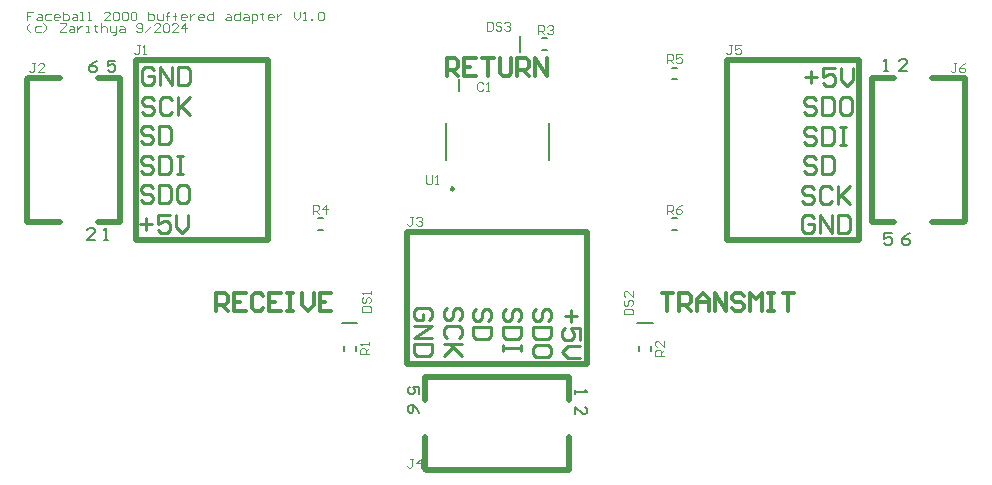
<source format=gto>
G04*
G04 #@! TF.GenerationSoftware,Altium Limited,Altium Designer,23.4.1 (23)*
G04*
G04 Layer_Color=65535*
%FSLAX44Y44*%
%MOMM*%
G71*
G04*
G04 #@! TF.SameCoordinates,803C344B-8DD6-4E4C-9FAA-A71E5F9A745E*
G04*
G04*
G04 #@! TF.FilePolarity,Positive*
G04*
G01*
G75*
%ADD10C,0.2500*%
%ADD11C,0.2000*%
%ADD12C,0.5080*%
%ADD13C,0.3000*%
%ADD14C,0.1000*%
%ADD15C,0.2540*%
%ADD16C,0.1500*%
D10*
X363150Y247250D02*
G03*
X363150Y247250I-1250J0D01*
G01*
D11*
X356250Y272000D02*
Y303000D01*
X443750Y272000D02*
Y303000D01*
X548000Y340000D02*
X552000D01*
X548000Y350000D02*
X552000D01*
X419000Y363500D02*
Y376500D01*
X438000Y365000D02*
X442000D01*
X438000Y375000D02*
X442000D01*
X548000Y222500D02*
X552000D01*
X548000Y212500D02*
X552000D01*
X248000D02*
X252000D01*
X248000Y222500D02*
X252000D01*
X367500Y330000D02*
Y340000D01*
X518500Y133500D02*
X531500D01*
X268500D02*
X281500D01*
X520000Y110500D02*
Y114500D01*
X530000Y110500D02*
Y114500D01*
X270000Y110500D02*
Y114500D01*
X280000Y110500D02*
Y114500D01*
D12*
X594300Y356300D02*
X706280D01*
X594300Y203800D02*
Y356300D01*
X706280Y203800D02*
Y356300D01*
X594300Y203800D02*
X706280D01*
X93720Y203700D02*
X205700D01*
Y356200D01*
X93720Y203700D02*
Y356200D01*
X205700D01*
X717300Y219000D02*
X736000D01*
X768000Y219090D02*
X795090D01*
X796040Y220040D01*
Y341000D01*
X768000D02*
X796040D01*
X717300Y219000D02*
Y340910D01*
X736000D01*
X61500Y341000D02*
X80200D01*
X2410Y340910D02*
X29500D01*
X1460Y339960D02*
X2410Y340910D01*
X1460Y219000D02*
Y339960D01*
Y219000D02*
X29500D01*
X80200Y219090D02*
Y341000D01*
X61500Y219090D02*
X80200D01*
X339000Y69000D02*
Y87700D01*
X339090Y9910D02*
Y37000D01*
Y9910D02*
X340040Y8960D01*
X461000D01*
Y37000D01*
X339000Y87700D02*
X460910D01*
Y69000D02*
Y87700D01*
X476300Y98720D02*
Y210700D01*
X323800D02*
X476300D01*
X323800Y98720D02*
X476300D01*
X323800D02*
Y210700D01*
D13*
X357000Y343000D02*
Y357995D01*
X364498D01*
X366997Y355496D01*
Y350498D01*
X364498Y347998D01*
X357000D01*
X361998D02*
X366997Y343000D01*
X381992Y357995D02*
X371995D01*
Y343000D01*
X381992D01*
X371995Y350498D02*
X376993D01*
X386990Y357995D02*
X396987D01*
X391989D01*
Y343000D01*
X401985Y357995D02*
Y345499D01*
X404485Y343000D01*
X409483D01*
X411982Y345499D01*
Y357995D01*
X416981Y343000D02*
Y357995D01*
X424478D01*
X426977Y355496D01*
Y350498D01*
X424478Y347998D01*
X416981D01*
X421979D02*
X426977Y343000D01*
X431976D02*
Y357995D01*
X441973Y343000D01*
Y357995D01*
X539000Y158995D02*
X548997D01*
X543998D01*
Y144000D01*
X553995D02*
Y158995D01*
X561493D01*
X563992Y156496D01*
Y151498D01*
X561493Y148998D01*
X553995D01*
X558993D02*
X563992Y144000D01*
X568990D02*
Y153997D01*
X573989Y158995D01*
X578987Y153997D01*
Y144000D01*
Y151498D01*
X568990D01*
X583985Y144000D02*
Y158995D01*
X593982Y144000D01*
Y158995D01*
X608977Y156496D02*
X606478Y158995D01*
X601480D01*
X598981Y156496D01*
Y153997D01*
X601480Y151498D01*
X606478D01*
X608977Y148998D01*
Y146499D01*
X606478Y144000D01*
X601480D01*
X598981Y146499D01*
X613976Y144000D02*
Y158995D01*
X618974Y153997D01*
X623973Y158995D01*
Y144000D01*
X628971Y158995D02*
X633969D01*
X631470D01*
Y144000D01*
X628971D01*
X633969D01*
X641467Y158995D02*
X651464D01*
X646465D01*
Y144000D01*
X162000D02*
Y158995D01*
X169498D01*
X171997Y156496D01*
Y151498D01*
X169498Y148998D01*
X162000D01*
X166998D02*
X171997Y144000D01*
X186992Y158995D02*
X176995D01*
Y144000D01*
X186992D01*
X176995Y151498D02*
X181994D01*
X201987Y156496D02*
X199488Y158995D01*
X194489D01*
X191990Y156496D01*
Y146499D01*
X194489Y144000D01*
X199488D01*
X201987Y146499D01*
X216982Y158995D02*
X206985D01*
Y144000D01*
X216982D01*
X206985Y151498D02*
X211984D01*
X221981Y158995D02*
X226979D01*
X224480D01*
Y144000D01*
X221981D01*
X226979D01*
X234477Y158995D02*
Y148998D01*
X239475Y144000D01*
X244473Y148998D01*
Y158995D01*
X259468D02*
X249472D01*
Y144000D01*
X259468D01*
X249472Y151498D02*
X254470D01*
D14*
X4499Y380000D02*
X2000Y382499D01*
Y384998D01*
X4499Y387498D01*
X13246Y384998D02*
X9498D01*
X8248Y383749D01*
Y381250D01*
X9498Y380000D01*
X13246D01*
X15746D02*
X18245Y382499D01*
Y384998D01*
X15746Y387498D01*
X29491D02*
X34490D01*
Y386248D01*
X29491Y381250D01*
Y380000D01*
X34490D01*
X38238Y384998D02*
X40738D01*
X41987Y383749D01*
Y380000D01*
X38238D01*
X36989Y381250D01*
X38238Y382499D01*
X41987D01*
X44486Y384998D02*
Y380000D01*
Y382499D01*
X45736Y383749D01*
X46986Y384998D01*
X48235D01*
X51984Y380000D02*
X54483D01*
X53234D01*
Y384998D01*
X51984D01*
X59482Y386248D02*
Y384998D01*
X58232D01*
X60731D01*
X59482D01*
Y381250D01*
X60731Y380000D01*
X64480Y387498D02*
Y380000D01*
Y383749D01*
X65730Y384998D01*
X68229D01*
X69478Y383749D01*
Y380000D01*
X71978Y384998D02*
Y381250D01*
X73227Y380000D01*
X76976D01*
Y378750D01*
X75726Y377501D01*
X74477D01*
X76976Y380000D02*
Y384998D01*
X80725D02*
X83224D01*
X84473Y383749D01*
Y380000D01*
X80725D01*
X79475Y381250D01*
X80725Y382499D01*
X84473D01*
X94470Y381250D02*
X95720Y380000D01*
X98219D01*
X99469Y381250D01*
Y386248D01*
X98219Y387498D01*
X95720D01*
X94470Y386248D01*
Y384998D01*
X95720Y383749D01*
X99469D01*
X101968Y380000D02*
X106966Y384998D01*
X114464Y380000D02*
X109466D01*
X114464Y384998D01*
Y386248D01*
X113214Y387498D01*
X110715D01*
X109466Y386248D01*
X116963D02*
X118213Y387498D01*
X120712D01*
X121961Y386248D01*
Y381250D01*
X120712Y380000D01*
X118213D01*
X116963Y381250D01*
Y386248D01*
X129459Y380000D02*
X124461D01*
X129459Y384998D01*
Y386248D01*
X128209Y387498D01*
X125710D01*
X124461Y386248D01*
X135707Y380000D02*
Y387498D01*
X131958Y383749D01*
X136957D01*
X6998Y397498D02*
X2000D01*
Y393749D01*
X4499D01*
X2000D01*
Y390000D01*
X10747Y394998D02*
X13246D01*
X14496Y393749D01*
Y390000D01*
X10747D01*
X9498Y391250D01*
X10747Y392499D01*
X14496D01*
X21994Y394998D02*
X18245D01*
X16995Y393749D01*
Y391250D01*
X18245Y390000D01*
X21994D01*
X28242D02*
X25742D01*
X24493Y391250D01*
Y393749D01*
X25742Y394998D01*
X28242D01*
X29491Y393749D01*
Y392499D01*
X24493D01*
X31990Y397498D02*
Y390000D01*
X35739D01*
X36989Y391250D01*
Y392499D01*
Y393749D01*
X35739Y394998D01*
X31990D01*
X40738D02*
X43237D01*
X44486Y393749D01*
Y390000D01*
X40738D01*
X39488Y391250D01*
X40738Y392499D01*
X44486D01*
X46986Y390000D02*
X49485D01*
X48235D01*
Y397498D01*
X46986D01*
X53234Y390000D02*
X55733D01*
X54483D01*
Y397498D01*
X53234D01*
X71978Y390000D02*
X66979D01*
X71978Y394998D01*
Y396248D01*
X70728Y397498D01*
X68229D01*
X66979Y396248D01*
X74477D02*
X75726Y397498D01*
X78225D01*
X79475Y396248D01*
Y391250D01*
X78225Y390000D01*
X75726D01*
X74477Y391250D01*
Y396248D01*
X81974D02*
X83224Y397498D01*
X85723D01*
X86973Y396248D01*
Y391250D01*
X85723Y390000D01*
X83224D01*
X81974Y391250D01*
Y396248D01*
X89472D02*
X90722Y397498D01*
X93221D01*
X94470Y396248D01*
Y391250D01*
X93221Y390000D01*
X90722D01*
X89472Y391250D01*
Y396248D01*
X104467Y397498D02*
Y390000D01*
X108216D01*
X109466Y391250D01*
Y392499D01*
Y393749D01*
X108216Y394998D01*
X104467D01*
X111965D02*
Y391250D01*
X113214Y390000D01*
X116963D01*
Y394998D01*
X120712Y390000D02*
Y396248D01*
Y393749D01*
X119462D01*
X121962D01*
X120712D01*
Y396248D01*
X121962Y397498D01*
X126960Y390000D02*
Y396248D01*
Y393749D01*
X125710D01*
X128209D01*
X126960D01*
Y396248D01*
X128209Y397498D01*
X135707Y390000D02*
X133208D01*
X131958Y391250D01*
Y393749D01*
X133208Y394998D01*
X135707D01*
X136957Y393749D01*
Y392499D01*
X131958D01*
X139456Y394998D02*
Y390000D01*
Y392499D01*
X140705Y393749D01*
X141955Y394998D01*
X143205D01*
X150702Y390000D02*
X148203D01*
X146953Y391250D01*
Y393749D01*
X148203Y394998D01*
X150702D01*
X151952Y393749D01*
Y392499D01*
X146953D01*
X159450Y397498D02*
Y390000D01*
X155701D01*
X154451Y391250D01*
Y393749D01*
X155701Y394998D01*
X159450D01*
X170696D02*
X173195D01*
X174445Y393749D01*
Y390000D01*
X170696D01*
X169446Y391250D01*
X170696Y392499D01*
X174445D01*
X181942Y397498D02*
Y390000D01*
X178193D01*
X176944Y391250D01*
Y393749D01*
X178193Y394998D01*
X181942D01*
X185691D02*
X188190D01*
X189440Y393749D01*
Y390000D01*
X185691D01*
X184442Y391250D01*
X185691Y392499D01*
X189440D01*
X191939Y387501D02*
Y394998D01*
X195688D01*
X196938Y393749D01*
Y391250D01*
X195688Y390000D01*
X191939D01*
X200686Y396248D02*
Y394998D01*
X199437D01*
X201936D01*
X200686D01*
Y391250D01*
X201936Y390000D01*
X209433D02*
X206934D01*
X205685Y391250D01*
Y393749D01*
X206934Y394998D01*
X209433D01*
X210683Y393749D01*
Y392499D01*
X205685D01*
X213182Y394998D02*
Y390000D01*
Y392499D01*
X214432Y393749D01*
X215681Y394998D01*
X216931D01*
X228178Y397498D02*
Y392499D01*
X230677Y390000D01*
X233176Y392499D01*
Y397498D01*
X235675Y390000D02*
X238174D01*
X236925D01*
Y397498D01*
X235675Y396248D01*
X241923Y390000D02*
Y391250D01*
X243173D01*
Y390000D01*
X241923D01*
X248171Y396248D02*
X249421Y397498D01*
X251920D01*
X253169Y396248D01*
Y391250D01*
X251920Y390000D01*
X249421D01*
X248171Y391250D01*
Y396248D01*
X543752Y226251D02*
Y233749D01*
X547501D01*
X548750Y232499D01*
Y230000D01*
X547501Y228750D01*
X543752D01*
X546251D02*
X548750Y226251D01*
X556248Y233749D02*
X553749Y232499D01*
X551250Y230000D01*
Y227501D01*
X552499Y226251D01*
X554998D01*
X556248Y227501D01*
Y228750D01*
X554998Y230000D01*
X551250D01*
X543752Y353751D02*
Y361249D01*
X547501D01*
X548750Y359999D01*
Y357500D01*
X547501Y356250D01*
X543752D01*
X546251D02*
X548750Y353751D01*
X556248Y361249D02*
X551250D01*
Y357500D01*
X553749Y358750D01*
X554998D01*
X556248Y357500D01*
Y355001D01*
X554998Y353751D01*
X552499D01*
X551250Y355001D01*
X243752Y226251D02*
Y233749D01*
X247501D01*
X248750Y232499D01*
Y230000D01*
X247501Y228750D01*
X243752D01*
X246251D02*
X248750Y226251D01*
X254998D02*
Y233749D01*
X251250Y230000D01*
X256248D01*
X434752Y378251D02*
Y385749D01*
X438501D01*
X439750Y384499D01*
Y382000D01*
X438501Y380750D01*
X434752D01*
X437251D02*
X439750Y378251D01*
X442250Y384499D02*
X443499Y385749D01*
X445998D01*
X447248Y384499D01*
Y383250D01*
X445998Y382000D01*
X444749D01*
X445998D01*
X447248Y380750D01*
Y379501D01*
X445998Y378251D01*
X443499D01*
X442250Y379501D01*
X391003Y388749D02*
Y381251D01*
X394752D01*
X396002Y382501D01*
Y387499D01*
X394752Y388749D01*
X391003D01*
X403499Y387499D02*
X402250Y388749D01*
X399750D01*
X398501Y387499D01*
Y386250D01*
X399750Y385000D01*
X402250D01*
X403499Y383750D01*
Y382501D01*
X402250Y381251D01*
X399750D01*
X398501Y382501D01*
X405998Y387499D02*
X407248Y388749D01*
X409747D01*
X410997Y387499D01*
Y386250D01*
X409747Y385000D01*
X408498D01*
X409747D01*
X410997Y383750D01*
Y382501D01*
X409747Y381251D01*
X407248D01*
X405998Y382501D01*
X340002Y258749D02*
Y252501D01*
X341251Y251251D01*
X343750D01*
X345000Y252501D01*
Y258749D01*
X347499Y251251D02*
X349998D01*
X348749D01*
Y258749D01*
X347499Y257499D01*
X541249Y106252D02*
X533751D01*
Y110001D01*
X535001Y111250D01*
X537500D01*
X538750Y110001D01*
Y106252D01*
Y108751D02*
X541249Y111250D01*
Y118748D02*
Y113750D01*
X536250Y118748D01*
X535001D01*
X533751Y117498D01*
Y114999D01*
X535001Y113750D01*
X291249Y107502D02*
X283751D01*
Y111250D01*
X285001Y112500D01*
X287500D01*
X288750Y111250D01*
Y107502D01*
Y110001D02*
X291249Y112500D01*
Y114999D02*
Y117498D01*
Y116249D01*
X283751D01*
X285001Y114999D01*
X788750Y353749D02*
X786251D01*
X787501D01*
Y347501D01*
X786251Y346251D01*
X785002D01*
X783752Y347501D01*
X796248Y353749D02*
X793749Y352499D01*
X791250Y350000D01*
Y347501D01*
X792499Y346251D01*
X794998D01*
X796248Y347501D01*
Y348750D01*
X794998Y350000D01*
X791250D01*
X598750Y368749D02*
X596251D01*
X597501D01*
Y362501D01*
X596251Y361251D01*
X595002D01*
X593752Y362501D01*
X606248Y368749D02*
X601250D01*
Y365000D01*
X603749Y366250D01*
X604998D01*
X606248Y365000D01*
Y362501D01*
X604998Y361251D01*
X602499D01*
X601250Y362501D01*
X328750Y18749D02*
X326251D01*
X327501D01*
Y12501D01*
X326251Y11251D01*
X325002D01*
X323752Y12501D01*
X334998Y11251D02*
Y18749D01*
X331250Y15000D01*
X336248D01*
X328750Y223749D02*
X326251D01*
X327501D01*
Y217501D01*
X326251Y216251D01*
X325002D01*
X323752Y217501D01*
X331250Y222499D02*
X332499Y223749D01*
X334998D01*
X336248Y222499D01*
Y221250D01*
X334998Y220000D01*
X333749D01*
X334998D01*
X336248Y218750D01*
Y217501D01*
X334998Y216251D01*
X332499D01*
X331250Y217501D01*
X8750Y353749D02*
X6251D01*
X7501D01*
Y347501D01*
X6251Y346251D01*
X5002D01*
X3752Y347501D01*
X16248Y346251D02*
X11250D01*
X16248Y351250D01*
Y352499D01*
X14998Y353749D01*
X12499D01*
X11250Y352499D01*
X97500Y368749D02*
X95001D01*
X96250D01*
Y362501D01*
X95001Y361251D01*
X93751D01*
X92502Y362501D01*
X99999Y361251D02*
X102498D01*
X101249D01*
Y368749D01*
X99999Y367499D01*
X507251Y141003D02*
X514749D01*
Y144752D01*
X513499Y146002D01*
X508501D01*
X507251Y144752D01*
Y141003D01*
X508501Y153499D02*
X507251Y152250D01*
Y149750D01*
X508501Y148501D01*
X509750D01*
X511000Y149750D01*
Y152250D01*
X512250Y153499D01*
X513499D01*
X514749Y152250D01*
Y149750D01*
X513499Y148501D01*
X514749Y160997D02*
Y155998D01*
X509750Y160997D01*
X508501D01*
X507251Y159747D01*
Y157248D01*
X508501Y155998D01*
X285251Y143253D02*
X292749D01*
Y147002D01*
X291499Y148251D01*
X286501D01*
X285251Y147002D01*
Y143253D01*
X286501Y155749D02*
X285251Y154499D01*
Y152000D01*
X286501Y150750D01*
X287750D01*
X289000Y152000D01*
Y154499D01*
X290250Y155749D01*
X291499D01*
X292749Y154499D01*
Y152000D01*
X291499Y150750D01*
X292749Y158248D02*
Y160747D01*
Y159498D01*
X285251D01*
X286501Y158248D01*
X388000Y336499D02*
X386750Y337749D01*
X384251D01*
X383002Y336499D01*
Y331501D01*
X384251Y330251D01*
X386750D01*
X388000Y331501D01*
X390499Y330251D02*
X392998D01*
X391749D01*
Y337749D01*
X390499Y336499D01*
D15*
X668457Y247496D02*
X665918Y250035D01*
X660839D01*
X658300Y247496D01*
Y244957D01*
X660839Y242418D01*
X665918D01*
X668457Y239878D01*
Y237339D01*
X665918Y234800D01*
X660839D01*
X658300Y237339D01*
X683692Y247496D02*
X681153Y250035D01*
X676074D01*
X673535Y247496D01*
Y237339D01*
X676074Y234800D01*
X681153D01*
X683692Y237339D01*
X688770Y250035D02*
Y234800D01*
Y239878D01*
X698927Y250035D01*
X691309Y242418D01*
X698927Y234800D01*
X669457Y272496D02*
X666917Y275035D01*
X661839D01*
X659300Y272496D01*
Y269957D01*
X661839Y267418D01*
X666917D01*
X669457Y264878D01*
Y262339D01*
X666917Y259800D01*
X661839D01*
X659300Y262339D01*
X674535Y275035D02*
Y259800D01*
X682153D01*
X684692Y262339D01*
Y272496D01*
X682153Y275035D01*
X674535D01*
X669457Y297496D02*
X666917Y300035D01*
X661839D01*
X659300Y297496D01*
Y294957D01*
X661839Y292418D01*
X666917D01*
X669457Y289878D01*
Y287339D01*
X666917Y284800D01*
X661839D01*
X659300Y287339D01*
X674535Y300035D02*
Y284800D01*
X682153D01*
X684692Y287339D01*
Y297496D01*
X682153Y300035D01*
X674535D01*
X689770D02*
X694848D01*
X692309D01*
Y284800D01*
X689770D01*
X694848D01*
X669457Y322496D02*
X666917Y325035D01*
X661839D01*
X659300Y322496D01*
Y319957D01*
X661839Y317418D01*
X666917D01*
X669457Y314878D01*
Y312339D01*
X666917Y309800D01*
X661839D01*
X659300Y312339D01*
X674535Y325035D02*
Y309800D01*
X682153D01*
X684692Y312339D01*
Y322496D01*
X682153Y325035D01*
X674535D01*
X697388D02*
X692309D01*
X689770Y322496D01*
Y312339D01*
X692309Y309800D01*
X697388D01*
X699927Y312339D01*
Y322496D01*
X697388Y325035D01*
X660300Y342417D02*
X670457D01*
X665378Y347496D02*
Y337339D01*
X685692Y350035D02*
X675535D01*
Y342417D01*
X680613Y344957D01*
X683153D01*
X685692Y342417D01*
Y337339D01*
X683153Y334800D01*
X678074D01*
X675535Y337339D01*
X690770Y350035D02*
Y339878D01*
X695848Y334800D01*
X700927Y339878D01*
Y350035D01*
X668457Y222496D02*
X665918Y225035D01*
X660839D01*
X658300Y222496D01*
Y212339D01*
X660839Y209800D01*
X665918D01*
X668457Y212339D01*
Y217418D01*
X663378D01*
X673535Y209800D02*
Y225035D01*
X683692Y209800D01*
Y225035D01*
X688770D02*
Y209800D01*
X696388D01*
X698927Y212339D01*
Y222496D01*
X696388Y225035D01*
X688770D01*
X109357Y322896D02*
X106818Y325435D01*
X101739D01*
X99200Y322896D01*
Y320357D01*
X101739Y317817D01*
X106818D01*
X109357Y315278D01*
Y312739D01*
X106818Y310200D01*
X101739D01*
X99200Y312739D01*
X124592Y322896D02*
X122053Y325435D01*
X116974D01*
X114435Y322896D01*
Y312739D01*
X116974Y310200D01*
X122053D01*
X124592Y312739D01*
X129670Y325435D02*
Y310200D01*
Y315278D01*
X139827Y325435D01*
X132209Y317817D01*
X139827Y310200D01*
X108357Y297896D02*
X105817Y300435D01*
X100739D01*
X98200Y297896D01*
Y295357D01*
X100739Y292817D01*
X105817D01*
X108357Y290278D01*
Y287739D01*
X105817Y285200D01*
X100739D01*
X98200Y287739D01*
X113435Y300435D02*
Y285200D01*
X121053D01*
X123592Y287739D01*
Y297896D01*
X121053Y300435D01*
X113435D01*
X108357Y272896D02*
X105817Y275435D01*
X100739D01*
X98200Y272896D01*
Y270357D01*
X100739Y267817D01*
X105817D01*
X108357Y265278D01*
Y262739D01*
X105817Y260200D01*
X100739D01*
X98200Y262739D01*
X113435Y275435D02*
Y260200D01*
X121053D01*
X123592Y262739D01*
Y272896D01*
X121053Y275435D01*
X113435D01*
X128670D02*
X133749D01*
X131209D01*
Y260200D01*
X128670D01*
X133749D01*
X108357Y247896D02*
X105817Y250435D01*
X100739D01*
X98200Y247896D01*
Y245357D01*
X100739Y242817D01*
X105817D01*
X108357Y240278D01*
Y237739D01*
X105817Y235200D01*
X100739D01*
X98200Y237739D01*
X113435Y250435D02*
Y235200D01*
X121053D01*
X123592Y237739D01*
Y247896D01*
X121053Y250435D01*
X113435D01*
X136288D02*
X131209D01*
X128670Y247896D01*
Y237739D01*
X131209Y235200D01*
X136288D01*
X138827Y237739D01*
Y247896D01*
X136288Y250435D01*
X97200Y217817D02*
X107357D01*
X102278Y222896D02*
Y212739D01*
X122592Y225435D02*
X112435D01*
Y217817D01*
X117513Y220357D01*
X120053D01*
X122592Y217817D01*
Y212739D01*
X120053Y210200D01*
X114974D01*
X112435Y212739D01*
X127670Y225435D02*
Y215278D01*
X132748Y210200D01*
X137827Y215278D01*
Y225435D01*
X109357Y347896D02*
X106818Y350435D01*
X101739D01*
X99200Y347896D01*
Y337739D01*
X101739Y335200D01*
X106818D01*
X109357Y337739D01*
Y342817D01*
X104278D01*
X114435Y335200D02*
Y350435D01*
X124592Y335200D01*
Y350435D01*
X129670D02*
Y335200D01*
X137288D01*
X139827Y337739D01*
Y347896D01*
X137288Y350435D01*
X129670D01*
X367496Y136543D02*
X370035Y139082D01*
Y144161D01*
X367496Y146700D01*
X364957D01*
X362417Y144161D01*
Y139082D01*
X359878Y136543D01*
X357339D01*
X354800Y139082D01*
Y144161D01*
X357339Y146700D01*
X367496Y121308D02*
X370035Y123847D01*
Y128926D01*
X367496Y131465D01*
X357339D01*
X354800Y128926D01*
Y123847D01*
X357339Y121308D01*
X370035Y116230D02*
X354800D01*
X359878D01*
X370035Y106073D01*
X362417Y113691D01*
X354800Y106073D01*
X392496Y135543D02*
X395035Y138083D01*
Y143161D01*
X392496Y145700D01*
X389957D01*
X387417Y143161D01*
Y138083D01*
X384878Y135543D01*
X382339D01*
X379800Y138083D01*
Y143161D01*
X382339Y145700D01*
X395035Y130465D02*
X379800D01*
Y122847D01*
X382339Y120308D01*
X392496D01*
X395035Y122847D01*
Y130465D01*
X417496Y135543D02*
X420035Y138083D01*
Y143161D01*
X417496Y145700D01*
X414957D01*
X412417Y143161D01*
Y138083D01*
X409878Y135543D01*
X407339D01*
X404800Y138083D01*
Y143161D01*
X407339Y145700D01*
X420035Y130465D02*
X404800D01*
Y122847D01*
X407339Y120308D01*
X417496D01*
X420035Y122847D01*
Y130465D01*
Y115230D02*
Y110152D01*
Y112691D01*
X404800D01*
Y115230D01*
Y110152D01*
X442496Y135543D02*
X445035Y138083D01*
Y143161D01*
X442496Y145700D01*
X439957D01*
X437417Y143161D01*
Y138083D01*
X434878Y135543D01*
X432339D01*
X429800Y138083D01*
Y143161D01*
X432339Y145700D01*
X445035Y130465D02*
X429800D01*
Y122847D01*
X432339Y120308D01*
X442496D01*
X445035Y122847D01*
Y130465D01*
Y107612D02*
Y112691D01*
X442496Y115230D01*
X432339D01*
X429800Y112691D01*
Y107612D01*
X432339Y105073D01*
X442496D01*
X445035Y107612D01*
X462417Y144700D02*
Y134543D01*
X467496Y139622D02*
X457339D01*
X470035Y119308D02*
Y129465D01*
X462417D01*
X464957Y124387D01*
Y121847D01*
X462417Y119308D01*
X457339D01*
X454800Y121847D01*
Y126926D01*
X457339Y129465D01*
X470035Y114230D02*
X459878D01*
X454800Y109151D01*
X459878Y104073D01*
X470035D01*
X342496Y136543D02*
X345035Y139082D01*
Y144161D01*
X342496Y146700D01*
X332339D01*
X329800Y144161D01*
Y139082D01*
X332339Y136543D01*
X337417D01*
Y141622D01*
X329800Y131465D02*
X345035D01*
X329800Y121308D01*
X345035D01*
Y116230D02*
X329800D01*
Y108612D01*
X332339Y106073D01*
X342496D01*
X345035Y108612D01*
Y116230D01*
D16*
X734165Y209997D02*
X727500D01*
Y204998D01*
X730832Y206665D01*
X732498D01*
X734165Y204998D01*
Y201666D01*
X732498Y200000D01*
X729166D01*
X727500Y201666D01*
Y347500D02*
X730832D01*
X729166D01*
Y357497D01*
X727500Y355831D01*
X749165Y209997D02*
X745832Y208331D01*
X742500Y204998D01*
Y201666D01*
X744166Y200000D01*
X747498D01*
X749165Y201666D01*
Y203332D01*
X747498Y204998D01*
X742500D01*
X746665Y347500D02*
X740000D01*
X746665Y354165D01*
Y355831D01*
X744998Y357497D01*
X741666D01*
X740000Y355831D01*
X76665Y355997D02*
X70000D01*
Y350998D01*
X73332Y352664D01*
X74998D01*
X76665Y350998D01*
Y347666D01*
X74998Y346000D01*
X71666D01*
X70000Y347666D01*
X67000Y204000D02*
X70332D01*
X68666D01*
Y213997D01*
X67000Y212331D01*
X60665Y355997D02*
X57332Y354331D01*
X54000Y350998D01*
Y347666D01*
X55666Y346000D01*
X58998D01*
X60665Y347666D01*
Y349332D01*
X58998Y350998D01*
X54000D01*
X59665Y204000D02*
X53000D01*
X59665Y210665D01*
Y212331D01*
X57998Y213997D01*
X54666D01*
X53000Y212331D01*
X333997Y73335D02*
Y80000D01*
X328998D01*
X330664Y76668D01*
Y75002D01*
X328998Y73335D01*
X325666D01*
X324000Y75002D01*
Y78334D01*
X325666Y80000D01*
X466000Y77000D02*
Y73668D01*
Y75334D01*
X475997D01*
X474331Y77000D01*
X333997Y57336D02*
X332331Y60668D01*
X328998Y64000D01*
X325666D01*
X324000Y62334D01*
Y59002D01*
X325666Y57336D01*
X327332D01*
X328998Y59002D01*
Y64000D01*
X466000Y56336D02*
Y63000D01*
X472664Y56336D01*
X474331D01*
X475997Y58002D01*
Y61334D01*
X474331Y63000D01*
M02*

</source>
